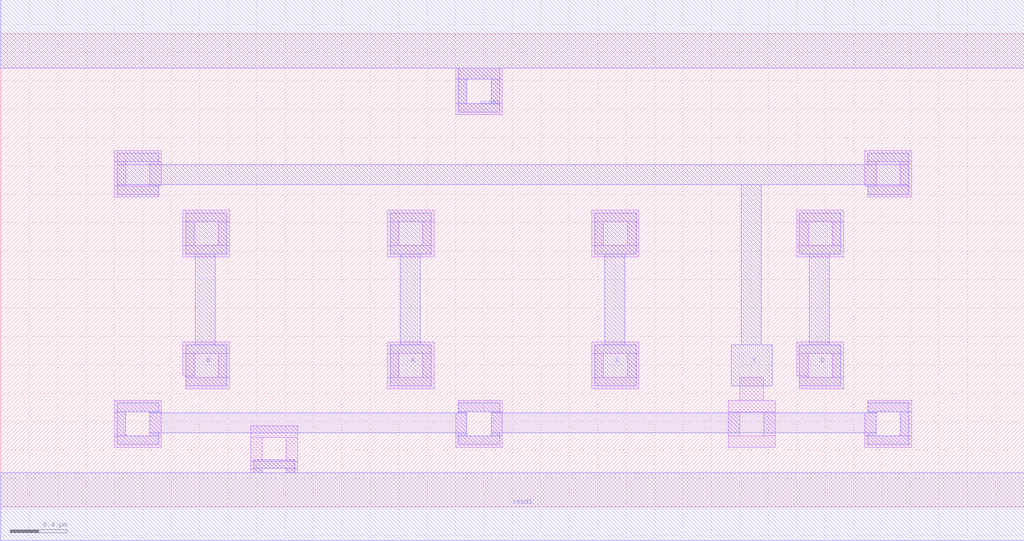
<source format=lef>
VERSION 5.7 ;
  NOWIREEXTENSIONATPIN ON ;
  DIVIDERCHAR "/" ;
  BUSBITCHARS "[]" ;
MACRO OAI22X1
  CLASS CORE ;
  FOREIGN OAI22X1 ;
  ORIGIN 0.000 0.000 ;
  SIZE 7.200 BY 3.330 ;
  SYMMETRY X Y R90 ;
  SITE unit ;
  PIN vccd1
    DIRECTION INOUT ;
    USE POWER ;
    SHAPE ABUTMENT ;
    PORT
      LAYER met1 ;
        RECT 0.000 3.090 7.200 3.570 ;
        RECT 3.220 3.010 3.510 3.090 ;
        RECT 3.220 2.840 3.280 3.010 ;
        RECT 3.450 2.840 3.510 3.010 ;
        RECT 3.220 2.780 3.510 2.840 ;
    END
  END vccd1
  PIN vssd1
    DIRECTION INOUT ;
    USE GROUND ;
    SHAPE ABUTMENT ;
    PORT
      LAYER met1 ;
        RECT 1.780 0.270 2.070 0.330 ;
        RECT 1.780 0.240 1.840 0.270 ;
        RECT 2.010 0.240 2.070 0.270 ;
        RECT 0.000 -0.240 7.200 0.240 ;
    END
  END vssd1
  PIN Y
    DIRECTION INOUT ;
    USE SIGNAL ;
    SHAPE ABUTMENT ;
    PORT
      LAYER met1 ;
        RECT 0.820 2.410 1.110 2.490 ;
        RECT 6.100 2.410 6.390 2.490 ;
        RECT 0.820 2.270 6.390 2.410 ;
        RECT 0.820 2.200 1.110 2.270 ;
        RECT 5.210 1.140 5.350 2.270 ;
        RECT 6.100 2.200 6.390 2.270 ;
        RECT 5.140 0.850 5.430 1.140 ;
    END
  END Y
  PIN B
    DIRECTION INOUT ;
    USE SIGNAL ;
    SHAPE ABUTMENT ;
    PORT
      LAYER met1 ;
        RECT 1.300 1.780 1.590 2.070 ;
        RECT 1.370 1.140 1.510 1.780 ;
        RECT 1.300 0.850 1.590 1.140 ;
    END
  END B
  PIN C
    DIRECTION INOUT ;
    USE SIGNAL ;
    SHAPE ABUTMENT ;
    PORT
      LAYER met1 ;
        RECT 4.180 1.780 4.470 2.070 ;
        RECT 4.250 1.140 4.390 1.780 ;
        RECT 4.180 0.850 4.470 1.140 ;
    END
  END C
  PIN D
    DIRECTION INOUT ;
    USE SIGNAL ;
    SHAPE ABUTMENT ;
    PORT
      LAYER met1 ;
        RECT 5.620 1.780 5.910 2.070 ;
        RECT 5.690 1.140 5.830 1.780 ;
        RECT 5.620 0.850 5.910 1.140 ;
    END
  END D
  PIN A
    DIRECTION INOUT ;
    USE SIGNAL ;
    SHAPE ABUTMENT ;
    PORT
      LAYER met1 ;
        RECT 2.740 1.780 3.030 2.070 ;
        RECT 2.810 1.140 2.950 1.780 ;
        RECT 2.740 0.850 3.030 1.140 ;
    END
  END A
  OBS
      LAYER li1 ;
        RECT 3.200 3.010 3.530 3.090 ;
        RECT 3.200 2.840 3.280 3.010 ;
        RECT 3.450 2.840 3.530 3.010 ;
        RECT 3.200 2.760 3.530 2.840 ;
        RECT 0.800 2.430 1.130 2.510 ;
        RECT 0.800 2.260 0.880 2.430 ;
        RECT 1.050 2.260 1.130 2.430 ;
        RECT 6.080 2.430 6.410 2.510 ;
        RECT 6.080 2.260 6.160 2.430 ;
        RECT 6.330 2.260 6.410 2.430 ;
        RECT 0.800 2.180 1.110 2.260 ;
        RECT 6.100 2.180 6.410 2.260 ;
        RECT 1.280 2.010 1.610 2.090 ;
        RECT 1.280 1.840 1.360 2.010 ;
        RECT 1.530 1.840 1.610 2.010 ;
        RECT 1.280 1.760 1.610 1.840 ;
        RECT 2.720 2.010 3.050 2.090 ;
        RECT 2.720 1.840 2.800 2.010 ;
        RECT 2.970 1.840 3.050 2.010 ;
        RECT 2.720 1.760 3.050 1.840 ;
        RECT 4.160 2.010 4.490 2.090 ;
        RECT 4.160 1.840 4.240 2.010 ;
        RECT 4.410 1.840 4.490 2.010 ;
        RECT 4.160 1.760 4.490 1.840 ;
        RECT 5.600 2.010 5.930 2.090 ;
        RECT 5.600 1.840 5.680 2.010 ;
        RECT 5.850 1.840 5.930 2.010 ;
        RECT 5.600 1.760 5.930 1.840 ;
        RECT 1.280 1.080 1.610 1.160 ;
        RECT 1.280 0.920 1.360 1.080 ;
        RECT 1.300 0.910 1.360 0.920 ;
        RECT 1.530 0.910 1.610 1.080 ;
        RECT 1.300 0.830 1.610 0.910 ;
        RECT 2.720 1.080 3.050 1.160 ;
        RECT 2.720 0.910 2.800 1.080 ;
        RECT 2.970 0.910 3.050 1.080 ;
        RECT 2.720 0.830 3.050 0.910 ;
        RECT 4.160 1.080 4.490 1.160 ;
        RECT 4.160 0.910 4.240 1.080 ;
        RECT 4.410 0.910 4.490 1.080 ;
        RECT 5.600 1.080 5.930 1.160 ;
        RECT 5.600 0.920 5.680 1.080 ;
        RECT 5.620 0.910 5.680 0.920 ;
        RECT 5.850 0.910 5.930 1.080 ;
        RECT 4.160 0.830 4.490 0.910 ;
        RECT 5.200 0.750 5.370 0.910 ;
        RECT 5.620 0.830 5.930 0.910 ;
        RECT 0.800 0.670 1.130 0.750 ;
        RECT 0.800 0.500 0.880 0.670 ;
        RECT 1.050 0.500 1.130 0.670 ;
        RECT 3.220 0.670 3.530 0.750 ;
        RECT 3.220 0.660 3.280 0.670 ;
        RECT 0.800 0.420 1.130 0.500 ;
        RECT 1.760 0.490 2.090 0.570 ;
        RECT 1.760 0.320 1.840 0.490 ;
        RECT 2.010 0.320 2.090 0.490 ;
        RECT 3.200 0.500 3.280 0.660 ;
        RECT 3.450 0.500 3.530 0.670 ;
        RECT 3.200 0.420 3.530 0.500 ;
        RECT 5.120 0.670 5.450 0.750 ;
        RECT 5.120 0.500 5.200 0.670 ;
        RECT 5.370 0.500 5.450 0.670 ;
        RECT 6.100 0.670 6.410 0.750 ;
        RECT 6.100 0.660 6.160 0.670 ;
        RECT 5.120 0.420 5.450 0.500 ;
        RECT 6.080 0.500 6.160 0.660 ;
        RECT 6.330 0.500 6.410 0.670 ;
        RECT 6.080 0.420 6.410 0.500 ;
        RECT 1.760 0.270 2.090 0.320 ;
        RECT 1.760 0.240 1.840 0.270 ;
        RECT 2.010 0.240 2.090 0.270 ;
      LAYER met1 ;
        RECT 0.820 0.670 1.110 0.730 ;
        RECT 0.820 0.500 0.880 0.670 ;
        RECT 1.050 0.660 1.110 0.670 ;
        RECT 3.220 0.670 3.510 0.730 ;
        RECT 3.220 0.660 3.280 0.670 ;
        RECT 1.050 0.520 3.280 0.660 ;
        RECT 1.050 0.500 1.110 0.520 ;
        RECT 0.820 0.440 1.110 0.500 ;
        RECT 3.220 0.500 3.280 0.520 ;
        RECT 3.450 0.660 3.510 0.670 ;
        RECT 6.100 0.670 6.390 0.730 ;
        RECT 6.100 0.660 6.160 0.670 ;
        RECT 3.450 0.520 6.160 0.660 ;
        RECT 3.450 0.500 3.510 0.520 ;
        RECT 3.220 0.440 3.510 0.500 ;
        RECT 6.100 0.500 6.160 0.520 ;
        RECT 6.330 0.500 6.390 0.670 ;
        RECT 6.100 0.440 6.390 0.500 ;
  END
END OAI22X1
END LIBRARY


</source>
